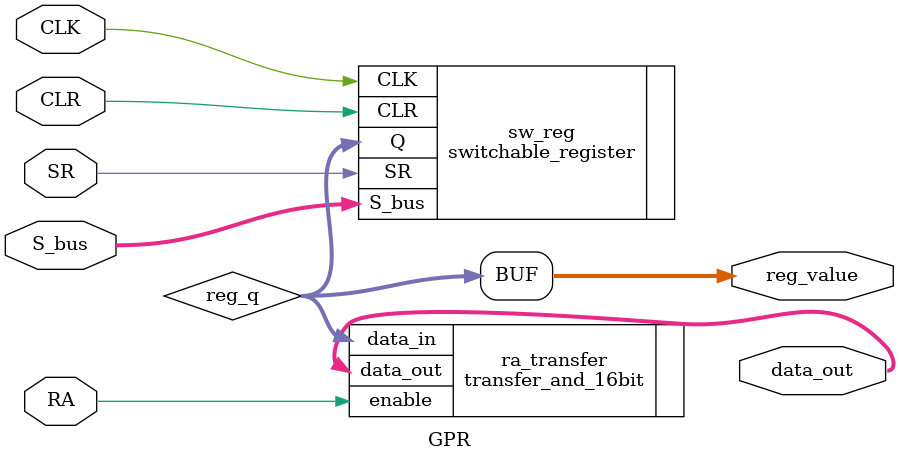
<source format=v>
module GPR #(
    parameter [15:0] INIT_VALUE = 16'b0
)(
    input  wire        CLK,          // クロック
    input  wire        CLR,          // クリア（active low）
    input  wire        SR,           // ストア制御信号（例: SR0, SR1, ...）
    input  wire [15:0] S_bus,        // Sバス入力
    input  wire        RA,           // レジスタ選択信号（例: R0A, R1A, ...）
    output wire [15:0] data_out,     // 出力（Aバスへ）
    output wire [15:0] reg_value     // レジスタ値（表示用）
);

    wire [15:0] reg_q;  // switchable_registerの出力

    // 1. switchable_register: SRx制御とレジスタ
    switchable_register #(
        .INIT_VALUE(INIT_VALUE)
    ) sw_reg(
        .CLK(CLK),
        .CLR(CLR),
        .SR(SR),
        .S_bus(S_bus),
        .Q(reg_q)
    );

    // 2. transfer: RxAとのAND
    transfer_and_16bit ra_transfer(
        .enable(RA),
        .data_in(reg_q),
        .data_out(data_out)
    );

    // 3. レジスタ値出力（表示用）
    assign reg_value = reg_q;

endmodule

</source>
